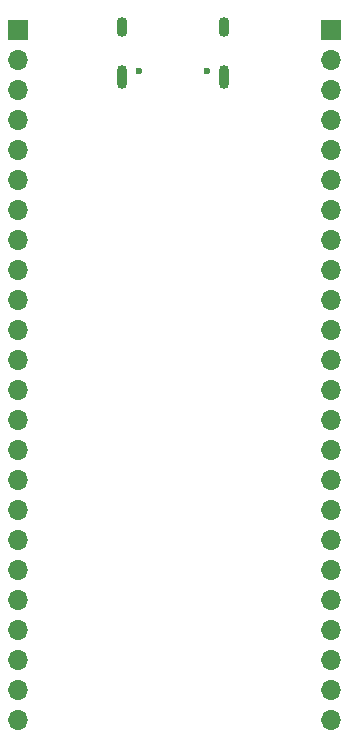
<source format=gbs>
G04 #@! TF.GenerationSoftware,KiCad,Pcbnew,5.1.8+dfsg1-1~bpo10+1*
G04 #@! TF.CreationDate,2020-12-07T14:22:28+08:00*
G04 #@! TF.ProjectId,stm32-io-extend,73746d33-322d-4696-9f2d-657874656e64,rev?*
G04 #@! TF.SameCoordinates,PX7d21b10PY76ffde0*
G04 #@! TF.FileFunction,Soldermask,Bot*
G04 #@! TF.FilePolarity,Negative*
%FSLAX46Y46*%
G04 Gerber Fmt 4.6, Leading zero omitted, Abs format (unit mm)*
G04 Created by KiCad (PCBNEW 5.1.8+dfsg1-1~bpo10+1) date 2020-12-07 14:22:28*
%MOMM*%
%LPD*%
G01*
G04 APERTURE LIST*
%ADD10O,1.700000X1.700000*%
%ADD11R,1.700000X1.700000*%
%ADD12C,0.600000*%
%ADD13O,0.900000X1.700000*%
%ADD14O,0.900000X2.000000*%
G04 APERTURE END LIST*
D10*
G04 #@! TO.C,J3*
X28700000Y2280000D03*
X28700000Y4820000D03*
X28700000Y7360000D03*
X28700000Y9900000D03*
X28700000Y12440000D03*
X28700000Y14980000D03*
X28700000Y17520000D03*
X28700000Y20060000D03*
X28700000Y22600000D03*
X28700000Y25140000D03*
X28700000Y27680000D03*
X28700000Y30220000D03*
X28700000Y32760000D03*
X28700000Y35300000D03*
X28700000Y37840000D03*
X28700000Y40380000D03*
X28700000Y42920000D03*
X28700000Y45460000D03*
X28700000Y48000000D03*
X28700000Y50540000D03*
X28700000Y53080000D03*
X28700000Y55620000D03*
X28700000Y58160000D03*
D11*
X28700000Y60700000D03*
G04 #@! TD*
D10*
G04 #@! TO.C,J2*
X2200000Y2280000D03*
X2200000Y4820000D03*
X2200000Y7360000D03*
X2200000Y9900000D03*
X2200000Y12440000D03*
X2200000Y14980000D03*
X2200000Y17520000D03*
X2200000Y20060000D03*
X2200000Y22600000D03*
X2200000Y25140000D03*
X2200000Y27680000D03*
X2200000Y30220000D03*
X2200000Y32760000D03*
X2200000Y35300000D03*
X2200000Y37840000D03*
X2200000Y40380000D03*
X2200000Y42920000D03*
X2200000Y45460000D03*
X2200000Y48000000D03*
X2200000Y50540000D03*
X2200000Y53080000D03*
X2200000Y55620000D03*
X2200000Y58160000D03*
D11*
X2200000Y60700000D03*
G04 #@! TD*
D12*
G04 #@! TO.C,J1*
X18190000Y57250000D03*
X12410000Y57250000D03*
D13*
X10980000Y60940000D03*
X19620000Y60940000D03*
D14*
X10980000Y56770000D03*
X19620000Y56770000D03*
G04 #@! TD*
M02*

</source>
